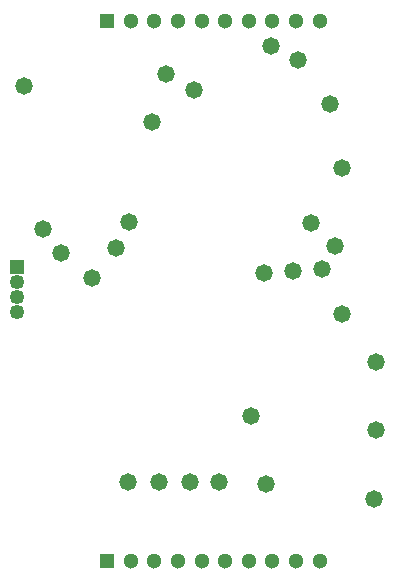
<source format=gbs>
G04*
G04 #@! TF.GenerationSoftware,Altium Limited,Altium Designer,25.2.1 (25)*
G04*
G04 Layer_Color=16711935*
%FSLAX44Y44*%
%MOMM*%
G71*
G04*
G04 #@! TF.SameCoordinates,3A3D6F5A-BCF4-428E-B5E6-7A3BCBBF857E*
G04*
G04*
G04 #@! TF.FilePolarity,Negative*
G04*
G01*
G75*
%ADD25R,1.3000X1.3000*%
%ADD26C,1.3000*%
%ADD27C,1.2532*%
%ADD28R,1.2532X1.2532*%
%ADD29C,1.4732*%
D25*
X804500Y1082750D02*
D03*
X804500Y625250D02*
D03*
D26*
X824500Y1082750D02*
D03*
X844500D02*
D03*
X864500D02*
D03*
X884500D02*
D03*
X904500D02*
D03*
X924500D02*
D03*
X944501D02*
D03*
X964501D02*
D03*
X984500D02*
D03*
X984500Y625250D02*
D03*
X964500D02*
D03*
X944500D02*
D03*
X924500D02*
D03*
X904500D02*
D03*
X884500D02*
D03*
X864500D02*
D03*
X844500D02*
D03*
X824500D02*
D03*
D27*
X728000Y861600D02*
D03*
Y848900D02*
D03*
Y836200D02*
D03*
D28*
Y874300D02*
D03*
D29*
X939250Y691000D02*
D03*
X997750Y892000D02*
D03*
X812250Y890500D02*
D03*
X823000Y912750D02*
D03*
X976750Y911750D02*
D03*
X750500Y907000D02*
D03*
X765750Y886750D02*
D03*
X791500Y865500D02*
D03*
X937500Y869750D02*
D03*
X961750Y871000D02*
D03*
X986000Y872590D02*
D03*
X878000Y1024250D02*
D03*
X966250Y1050000D02*
D03*
X943500Y1061750D02*
D03*
X854500Y1037750D02*
D03*
X1003750Y958750D02*
D03*
X993250Y1012750D02*
D03*
X926000Y748000D02*
D03*
X874250Y692250D02*
D03*
X1032000Y793750D02*
D03*
X733750Y1028000D02*
D03*
X842750Y997000D02*
D03*
X1003750Y834750D02*
D03*
X822500Y692250D02*
D03*
X899000D02*
D03*
X848250D02*
D03*
X1030750Y678250D02*
D03*
X1031750Y736250D02*
D03*
M02*

</source>
